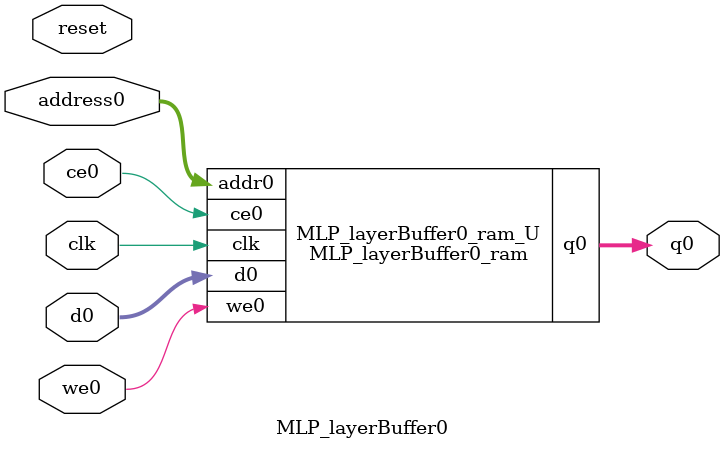
<source format=v>
`timescale 1 ns / 1 ps
module MLP_layerBuffer0_ram (addr0, ce0, d0, we0, q0,  clk);

parameter DWIDTH = 32;
parameter AWIDTH = 7;
parameter MEM_SIZE = 128;

input[AWIDTH-1:0] addr0;
input ce0;
input[DWIDTH-1:0] d0;
input we0;
output reg[DWIDTH-1:0] q0;
input clk;

(* ram_style = "block" *)reg [DWIDTH-1:0] ram[0:MEM_SIZE-1];




always @(posedge clk)  
begin 
    if (ce0) begin
        if (we0) 
            ram[addr0] <= d0; 
        q0 <= ram[addr0];
    end
end


endmodule

`timescale 1 ns / 1 ps
module MLP_layerBuffer0(
    reset,
    clk,
    address0,
    ce0,
    we0,
    d0,
    q0);

parameter DataWidth = 32'd32;
parameter AddressRange = 32'd128;
parameter AddressWidth = 32'd7;
input reset;
input clk;
input[AddressWidth - 1:0] address0;
input ce0;
input we0;
input[DataWidth - 1:0] d0;
output[DataWidth - 1:0] q0;



MLP_layerBuffer0_ram MLP_layerBuffer0_ram_U(
    .clk( clk ),
    .addr0( address0 ),
    .ce0( ce0 ),
    .we0( we0 ),
    .d0( d0 ),
    .q0( q0 ));

endmodule


</source>
